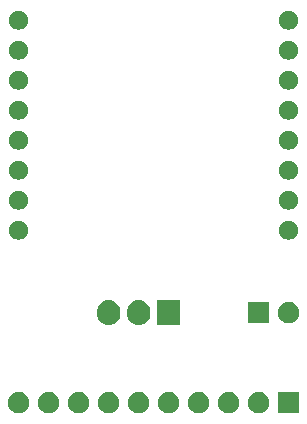
<source format=gbr>
G04 #@! TF.GenerationSoftware,KiCad,Pcbnew,5.1.5+dfsg1-2build2*
G04 #@! TF.CreationDate,2020-08-03T23:06:02+02:00*
G04 #@! TF.ProjectId,transistor_board,7472616e-7369-4737-946f-725f626f6172,rev?*
G04 #@! TF.SameCoordinates,Original*
G04 #@! TF.FileFunction,Soldermask,Bot*
G04 #@! TF.FilePolarity,Negative*
%FSLAX46Y46*%
G04 Gerber Fmt 4.6, Leading zero omitted, Abs format (unit mm)*
G04 Created by KiCad (PCBNEW 5.1.5+dfsg1-2build2) date 2020-08-03 23:06:02*
%MOMM*%
%LPD*%
G04 APERTURE LIST*
%ADD10C,0.100000*%
G04 APERTURE END LIST*
D10*
G36*
X138061000Y-134886000D02*
G01*
X136259000Y-134886000D01*
X136259000Y-133084000D01*
X138061000Y-133084000D01*
X138061000Y-134886000D01*
G37*
G36*
X132193512Y-133088927D02*
G01*
X132342812Y-133118624D01*
X132506784Y-133186544D01*
X132654354Y-133285147D01*
X132779853Y-133410646D01*
X132878456Y-133558216D01*
X132946376Y-133722188D01*
X132981000Y-133896259D01*
X132981000Y-134073741D01*
X132946376Y-134247812D01*
X132878456Y-134411784D01*
X132779853Y-134559354D01*
X132654354Y-134684853D01*
X132506784Y-134783456D01*
X132342812Y-134851376D01*
X132193512Y-134881073D01*
X132168742Y-134886000D01*
X131991258Y-134886000D01*
X131966488Y-134881073D01*
X131817188Y-134851376D01*
X131653216Y-134783456D01*
X131505646Y-134684853D01*
X131380147Y-134559354D01*
X131281544Y-134411784D01*
X131213624Y-134247812D01*
X131179000Y-134073741D01*
X131179000Y-133896259D01*
X131213624Y-133722188D01*
X131281544Y-133558216D01*
X131380147Y-133410646D01*
X131505646Y-133285147D01*
X131653216Y-133186544D01*
X131817188Y-133118624D01*
X131966488Y-133088927D01*
X131991258Y-133084000D01*
X132168742Y-133084000D01*
X132193512Y-133088927D01*
G37*
G36*
X129653512Y-133088927D02*
G01*
X129802812Y-133118624D01*
X129966784Y-133186544D01*
X130114354Y-133285147D01*
X130239853Y-133410646D01*
X130338456Y-133558216D01*
X130406376Y-133722188D01*
X130441000Y-133896259D01*
X130441000Y-134073741D01*
X130406376Y-134247812D01*
X130338456Y-134411784D01*
X130239853Y-134559354D01*
X130114354Y-134684853D01*
X129966784Y-134783456D01*
X129802812Y-134851376D01*
X129653512Y-134881073D01*
X129628742Y-134886000D01*
X129451258Y-134886000D01*
X129426488Y-134881073D01*
X129277188Y-134851376D01*
X129113216Y-134783456D01*
X128965646Y-134684853D01*
X128840147Y-134559354D01*
X128741544Y-134411784D01*
X128673624Y-134247812D01*
X128639000Y-134073741D01*
X128639000Y-133896259D01*
X128673624Y-133722188D01*
X128741544Y-133558216D01*
X128840147Y-133410646D01*
X128965646Y-133285147D01*
X129113216Y-133186544D01*
X129277188Y-133118624D01*
X129426488Y-133088927D01*
X129451258Y-133084000D01*
X129628742Y-133084000D01*
X129653512Y-133088927D01*
G37*
G36*
X127113512Y-133088927D02*
G01*
X127262812Y-133118624D01*
X127426784Y-133186544D01*
X127574354Y-133285147D01*
X127699853Y-133410646D01*
X127798456Y-133558216D01*
X127866376Y-133722188D01*
X127901000Y-133896259D01*
X127901000Y-134073741D01*
X127866376Y-134247812D01*
X127798456Y-134411784D01*
X127699853Y-134559354D01*
X127574354Y-134684853D01*
X127426784Y-134783456D01*
X127262812Y-134851376D01*
X127113512Y-134881073D01*
X127088742Y-134886000D01*
X126911258Y-134886000D01*
X126886488Y-134881073D01*
X126737188Y-134851376D01*
X126573216Y-134783456D01*
X126425646Y-134684853D01*
X126300147Y-134559354D01*
X126201544Y-134411784D01*
X126133624Y-134247812D01*
X126099000Y-134073741D01*
X126099000Y-133896259D01*
X126133624Y-133722188D01*
X126201544Y-133558216D01*
X126300147Y-133410646D01*
X126425646Y-133285147D01*
X126573216Y-133186544D01*
X126737188Y-133118624D01*
X126886488Y-133088927D01*
X126911258Y-133084000D01*
X127088742Y-133084000D01*
X127113512Y-133088927D01*
G37*
G36*
X124573512Y-133088927D02*
G01*
X124722812Y-133118624D01*
X124886784Y-133186544D01*
X125034354Y-133285147D01*
X125159853Y-133410646D01*
X125258456Y-133558216D01*
X125326376Y-133722188D01*
X125361000Y-133896259D01*
X125361000Y-134073741D01*
X125326376Y-134247812D01*
X125258456Y-134411784D01*
X125159853Y-134559354D01*
X125034354Y-134684853D01*
X124886784Y-134783456D01*
X124722812Y-134851376D01*
X124573512Y-134881073D01*
X124548742Y-134886000D01*
X124371258Y-134886000D01*
X124346488Y-134881073D01*
X124197188Y-134851376D01*
X124033216Y-134783456D01*
X123885646Y-134684853D01*
X123760147Y-134559354D01*
X123661544Y-134411784D01*
X123593624Y-134247812D01*
X123559000Y-134073741D01*
X123559000Y-133896259D01*
X123593624Y-133722188D01*
X123661544Y-133558216D01*
X123760147Y-133410646D01*
X123885646Y-133285147D01*
X124033216Y-133186544D01*
X124197188Y-133118624D01*
X124346488Y-133088927D01*
X124371258Y-133084000D01*
X124548742Y-133084000D01*
X124573512Y-133088927D01*
G37*
G36*
X122033512Y-133088927D02*
G01*
X122182812Y-133118624D01*
X122346784Y-133186544D01*
X122494354Y-133285147D01*
X122619853Y-133410646D01*
X122718456Y-133558216D01*
X122786376Y-133722188D01*
X122821000Y-133896259D01*
X122821000Y-134073741D01*
X122786376Y-134247812D01*
X122718456Y-134411784D01*
X122619853Y-134559354D01*
X122494354Y-134684853D01*
X122346784Y-134783456D01*
X122182812Y-134851376D01*
X122033512Y-134881073D01*
X122008742Y-134886000D01*
X121831258Y-134886000D01*
X121806488Y-134881073D01*
X121657188Y-134851376D01*
X121493216Y-134783456D01*
X121345646Y-134684853D01*
X121220147Y-134559354D01*
X121121544Y-134411784D01*
X121053624Y-134247812D01*
X121019000Y-134073741D01*
X121019000Y-133896259D01*
X121053624Y-133722188D01*
X121121544Y-133558216D01*
X121220147Y-133410646D01*
X121345646Y-133285147D01*
X121493216Y-133186544D01*
X121657188Y-133118624D01*
X121806488Y-133088927D01*
X121831258Y-133084000D01*
X122008742Y-133084000D01*
X122033512Y-133088927D01*
G37*
G36*
X119493512Y-133088927D02*
G01*
X119642812Y-133118624D01*
X119806784Y-133186544D01*
X119954354Y-133285147D01*
X120079853Y-133410646D01*
X120178456Y-133558216D01*
X120246376Y-133722188D01*
X120281000Y-133896259D01*
X120281000Y-134073741D01*
X120246376Y-134247812D01*
X120178456Y-134411784D01*
X120079853Y-134559354D01*
X119954354Y-134684853D01*
X119806784Y-134783456D01*
X119642812Y-134851376D01*
X119493512Y-134881073D01*
X119468742Y-134886000D01*
X119291258Y-134886000D01*
X119266488Y-134881073D01*
X119117188Y-134851376D01*
X118953216Y-134783456D01*
X118805646Y-134684853D01*
X118680147Y-134559354D01*
X118581544Y-134411784D01*
X118513624Y-134247812D01*
X118479000Y-134073741D01*
X118479000Y-133896259D01*
X118513624Y-133722188D01*
X118581544Y-133558216D01*
X118680147Y-133410646D01*
X118805646Y-133285147D01*
X118953216Y-133186544D01*
X119117188Y-133118624D01*
X119266488Y-133088927D01*
X119291258Y-133084000D01*
X119468742Y-133084000D01*
X119493512Y-133088927D01*
G37*
G36*
X116953512Y-133088927D02*
G01*
X117102812Y-133118624D01*
X117266784Y-133186544D01*
X117414354Y-133285147D01*
X117539853Y-133410646D01*
X117638456Y-133558216D01*
X117706376Y-133722188D01*
X117741000Y-133896259D01*
X117741000Y-134073741D01*
X117706376Y-134247812D01*
X117638456Y-134411784D01*
X117539853Y-134559354D01*
X117414354Y-134684853D01*
X117266784Y-134783456D01*
X117102812Y-134851376D01*
X116953512Y-134881073D01*
X116928742Y-134886000D01*
X116751258Y-134886000D01*
X116726488Y-134881073D01*
X116577188Y-134851376D01*
X116413216Y-134783456D01*
X116265646Y-134684853D01*
X116140147Y-134559354D01*
X116041544Y-134411784D01*
X115973624Y-134247812D01*
X115939000Y-134073741D01*
X115939000Y-133896259D01*
X115973624Y-133722188D01*
X116041544Y-133558216D01*
X116140147Y-133410646D01*
X116265646Y-133285147D01*
X116413216Y-133186544D01*
X116577188Y-133118624D01*
X116726488Y-133088927D01*
X116751258Y-133084000D01*
X116928742Y-133084000D01*
X116953512Y-133088927D01*
G37*
G36*
X114413512Y-133088927D02*
G01*
X114562812Y-133118624D01*
X114726784Y-133186544D01*
X114874354Y-133285147D01*
X114999853Y-133410646D01*
X115098456Y-133558216D01*
X115166376Y-133722188D01*
X115201000Y-133896259D01*
X115201000Y-134073741D01*
X115166376Y-134247812D01*
X115098456Y-134411784D01*
X114999853Y-134559354D01*
X114874354Y-134684853D01*
X114726784Y-134783456D01*
X114562812Y-134851376D01*
X114413512Y-134881073D01*
X114388742Y-134886000D01*
X114211258Y-134886000D01*
X114186488Y-134881073D01*
X114037188Y-134851376D01*
X113873216Y-134783456D01*
X113725646Y-134684853D01*
X113600147Y-134559354D01*
X113501544Y-134411784D01*
X113433624Y-134247812D01*
X113399000Y-134073741D01*
X113399000Y-133896259D01*
X113433624Y-133722188D01*
X113501544Y-133558216D01*
X113600147Y-133410646D01*
X113725646Y-133285147D01*
X113873216Y-133186544D01*
X114037188Y-133118624D01*
X114186488Y-133088927D01*
X114211258Y-133084000D01*
X114388742Y-133084000D01*
X114413512Y-133088927D01*
G37*
G36*
X134733512Y-133088927D02*
G01*
X134882812Y-133118624D01*
X135046784Y-133186544D01*
X135194354Y-133285147D01*
X135319853Y-133410646D01*
X135418456Y-133558216D01*
X135486376Y-133722188D01*
X135521000Y-133896259D01*
X135521000Y-134073741D01*
X135486376Y-134247812D01*
X135418456Y-134411784D01*
X135319853Y-134559354D01*
X135194354Y-134684853D01*
X135046784Y-134783456D01*
X134882812Y-134851376D01*
X134733512Y-134881073D01*
X134708742Y-134886000D01*
X134531258Y-134886000D01*
X134506488Y-134881073D01*
X134357188Y-134851376D01*
X134193216Y-134783456D01*
X134045646Y-134684853D01*
X133920147Y-134559354D01*
X133821544Y-134411784D01*
X133753624Y-134247812D01*
X133719000Y-134073741D01*
X133719000Y-133896259D01*
X133753624Y-133722188D01*
X133821544Y-133558216D01*
X133920147Y-133410646D01*
X134045646Y-133285147D01*
X134193216Y-133186544D01*
X134357188Y-133118624D01*
X134506488Y-133088927D01*
X134531258Y-133084000D01*
X134708742Y-133084000D01*
X134733512Y-133088927D01*
G37*
G36*
X124656720Y-125328520D02*
G01*
X124845881Y-125385901D01*
X125020212Y-125479083D01*
X125173015Y-125604485D01*
X125298417Y-125757288D01*
X125342182Y-125839167D01*
X125391598Y-125931617D01*
X125391599Y-125931620D01*
X125448980Y-126120781D01*
X125463500Y-126268207D01*
X125463500Y-126461794D01*
X125448980Y-126609220D01*
X125391599Y-126798381D01*
X125298417Y-126972712D01*
X125173015Y-127125515D01*
X125020212Y-127250917D01*
X124938333Y-127294682D01*
X124845883Y-127344098D01*
X124845880Y-127344099D01*
X124656719Y-127401480D01*
X124460000Y-127420855D01*
X124263280Y-127401480D01*
X124074119Y-127344099D01*
X123899788Y-127250917D01*
X123746985Y-127125515D01*
X123621583Y-126972712D01*
X123577818Y-126890833D01*
X123528402Y-126798383D01*
X123526400Y-126791782D01*
X123471020Y-126609219D01*
X123456500Y-126461793D01*
X123456500Y-126268206D01*
X123471020Y-126120780D01*
X123528401Y-125931619D01*
X123621583Y-125757288D01*
X123746985Y-125604485D01*
X123899788Y-125479083D01*
X124074120Y-125385901D01*
X124263281Y-125328520D01*
X124460000Y-125309145D01*
X124656720Y-125328520D01*
G37*
G36*
X122116720Y-125328520D02*
G01*
X122305881Y-125385901D01*
X122480212Y-125479083D01*
X122633015Y-125604485D01*
X122758417Y-125757288D01*
X122802182Y-125839167D01*
X122851598Y-125931617D01*
X122851599Y-125931620D01*
X122908980Y-126120781D01*
X122923500Y-126268207D01*
X122923500Y-126461794D01*
X122908980Y-126609220D01*
X122851599Y-126798381D01*
X122758417Y-126972712D01*
X122633015Y-127125515D01*
X122480212Y-127250917D01*
X122398333Y-127294682D01*
X122305883Y-127344098D01*
X122305880Y-127344099D01*
X122116719Y-127401480D01*
X121920000Y-127420855D01*
X121723280Y-127401480D01*
X121534119Y-127344099D01*
X121359788Y-127250917D01*
X121206985Y-127125515D01*
X121081583Y-126972712D01*
X121037818Y-126890833D01*
X120988402Y-126798383D01*
X120986400Y-126791782D01*
X120931020Y-126609219D01*
X120916500Y-126461793D01*
X120916500Y-126268206D01*
X120931020Y-126120780D01*
X120988401Y-125931619D01*
X121081583Y-125757288D01*
X121206985Y-125604485D01*
X121359788Y-125479083D01*
X121534120Y-125385901D01*
X121723281Y-125328520D01*
X121920000Y-125309145D01*
X122116720Y-125328520D01*
G37*
G36*
X128003500Y-127416000D02*
G01*
X125996500Y-127416000D01*
X125996500Y-125314000D01*
X128003500Y-125314000D01*
X128003500Y-127416000D01*
G37*
G36*
X137273512Y-125468927D02*
G01*
X137422812Y-125498624D01*
X137586784Y-125566544D01*
X137734354Y-125665147D01*
X137859853Y-125790646D01*
X137958456Y-125938216D01*
X138026376Y-126102188D01*
X138056073Y-126251488D01*
X138061000Y-126276258D01*
X138061000Y-126453742D01*
X138059398Y-126461794D01*
X138026376Y-126627812D01*
X137958456Y-126791784D01*
X137859853Y-126939354D01*
X137734354Y-127064853D01*
X137586784Y-127163456D01*
X137422812Y-127231376D01*
X137273512Y-127261073D01*
X137248742Y-127266000D01*
X137071258Y-127266000D01*
X137046488Y-127261073D01*
X136897188Y-127231376D01*
X136733216Y-127163456D01*
X136585646Y-127064853D01*
X136460147Y-126939354D01*
X136361544Y-126791784D01*
X136293624Y-126627812D01*
X136260602Y-126461794D01*
X136259000Y-126453742D01*
X136259000Y-126276258D01*
X136263927Y-126251488D01*
X136293624Y-126102188D01*
X136361544Y-125938216D01*
X136460147Y-125790646D01*
X136585646Y-125665147D01*
X136733216Y-125566544D01*
X136897188Y-125498624D01*
X137046488Y-125468927D01*
X137071258Y-125464000D01*
X137248742Y-125464000D01*
X137273512Y-125468927D01*
G37*
G36*
X135521000Y-127266000D02*
G01*
X133719000Y-127266000D01*
X133719000Y-125464000D01*
X135521000Y-125464000D01*
X135521000Y-127266000D01*
G37*
G36*
X114537142Y-118598242D02*
G01*
X114685101Y-118659529D01*
X114818255Y-118748499D01*
X114931501Y-118861745D01*
X115020471Y-118994899D01*
X115081758Y-119142858D01*
X115113000Y-119299925D01*
X115113000Y-119460075D01*
X115081758Y-119617142D01*
X115020471Y-119765101D01*
X114931501Y-119898255D01*
X114818255Y-120011501D01*
X114685101Y-120100471D01*
X114537142Y-120161758D01*
X114380075Y-120193000D01*
X114219925Y-120193000D01*
X114062858Y-120161758D01*
X113914899Y-120100471D01*
X113781745Y-120011501D01*
X113668499Y-119898255D01*
X113579529Y-119765101D01*
X113518242Y-119617142D01*
X113487000Y-119460075D01*
X113487000Y-119299925D01*
X113518242Y-119142858D01*
X113579529Y-118994899D01*
X113668499Y-118861745D01*
X113781745Y-118748499D01*
X113914899Y-118659529D01*
X114062858Y-118598242D01*
X114219925Y-118567000D01*
X114380075Y-118567000D01*
X114537142Y-118598242D01*
G37*
G36*
X137397142Y-118598242D02*
G01*
X137545101Y-118659529D01*
X137678255Y-118748499D01*
X137791501Y-118861745D01*
X137880471Y-118994899D01*
X137941758Y-119142858D01*
X137973000Y-119299925D01*
X137973000Y-119460075D01*
X137941758Y-119617142D01*
X137880471Y-119765101D01*
X137791501Y-119898255D01*
X137678255Y-120011501D01*
X137545101Y-120100471D01*
X137397142Y-120161758D01*
X137240075Y-120193000D01*
X137079925Y-120193000D01*
X136922858Y-120161758D01*
X136774899Y-120100471D01*
X136641745Y-120011501D01*
X136528499Y-119898255D01*
X136439529Y-119765101D01*
X136378242Y-119617142D01*
X136347000Y-119460075D01*
X136347000Y-119299925D01*
X136378242Y-119142858D01*
X136439529Y-118994899D01*
X136528499Y-118861745D01*
X136641745Y-118748499D01*
X136774899Y-118659529D01*
X136922858Y-118598242D01*
X137079925Y-118567000D01*
X137240075Y-118567000D01*
X137397142Y-118598242D01*
G37*
G36*
X137397142Y-116058242D02*
G01*
X137545101Y-116119529D01*
X137678255Y-116208499D01*
X137791501Y-116321745D01*
X137880471Y-116454899D01*
X137941758Y-116602858D01*
X137973000Y-116759925D01*
X137973000Y-116920075D01*
X137941758Y-117077142D01*
X137880471Y-117225101D01*
X137791501Y-117358255D01*
X137678255Y-117471501D01*
X137545101Y-117560471D01*
X137397142Y-117621758D01*
X137240075Y-117653000D01*
X137079925Y-117653000D01*
X136922858Y-117621758D01*
X136774899Y-117560471D01*
X136641745Y-117471501D01*
X136528499Y-117358255D01*
X136439529Y-117225101D01*
X136378242Y-117077142D01*
X136347000Y-116920075D01*
X136347000Y-116759925D01*
X136378242Y-116602858D01*
X136439529Y-116454899D01*
X136528499Y-116321745D01*
X136641745Y-116208499D01*
X136774899Y-116119529D01*
X136922858Y-116058242D01*
X137079925Y-116027000D01*
X137240075Y-116027000D01*
X137397142Y-116058242D01*
G37*
G36*
X114537142Y-116058242D02*
G01*
X114685101Y-116119529D01*
X114818255Y-116208499D01*
X114931501Y-116321745D01*
X115020471Y-116454899D01*
X115081758Y-116602858D01*
X115113000Y-116759925D01*
X115113000Y-116920075D01*
X115081758Y-117077142D01*
X115020471Y-117225101D01*
X114931501Y-117358255D01*
X114818255Y-117471501D01*
X114685101Y-117560471D01*
X114537142Y-117621758D01*
X114380075Y-117653000D01*
X114219925Y-117653000D01*
X114062858Y-117621758D01*
X113914899Y-117560471D01*
X113781745Y-117471501D01*
X113668499Y-117358255D01*
X113579529Y-117225101D01*
X113518242Y-117077142D01*
X113487000Y-116920075D01*
X113487000Y-116759925D01*
X113518242Y-116602858D01*
X113579529Y-116454899D01*
X113668499Y-116321745D01*
X113781745Y-116208499D01*
X113914899Y-116119529D01*
X114062858Y-116058242D01*
X114219925Y-116027000D01*
X114380075Y-116027000D01*
X114537142Y-116058242D01*
G37*
G36*
X137397142Y-113518242D02*
G01*
X137545101Y-113579529D01*
X137678255Y-113668499D01*
X137791501Y-113781745D01*
X137880471Y-113914899D01*
X137941758Y-114062858D01*
X137973000Y-114219925D01*
X137973000Y-114380075D01*
X137941758Y-114537142D01*
X137880471Y-114685101D01*
X137791501Y-114818255D01*
X137678255Y-114931501D01*
X137545101Y-115020471D01*
X137397142Y-115081758D01*
X137240075Y-115113000D01*
X137079925Y-115113000D01*
X136922858Y-115081758D01*
X136774899Y-115020471D01*
X136641745Y-114931501D01*
X136528499Y-114818255D01*
X136439529Y-114685101D01*
X136378242Y-114537142D01*
X136347000Y-114380075D01*
X136347000Y-114219925D01*
X136378242Y-114062858D01*
X136439529Y-113914899D01*
X136528499Y-113781745D01*
X136641745Y-113668499D01*
X136774899Y-113579529D01*
X136922858Y-113518242D01*
X137079925Y-113487000D01*
X137240075Y-113487000D01*
X137397142Y-113518242D01*
G37*
G36*
X114537142Y-113518242D02*
G01*
X114685101Y-113579529D01*
X114818255Y-113668499D01*
X114931501Y-113781745D01*
X115020471Y-113914899D01*
X115081758Y-114062858D01*
X115113000Y-114219925D01*
X115113000Y-114380075D01*
X115081758Y-114537142D01*
X115020471Y-114685101D01*
X114931501Y-114818255D01*
X114818255Y-114931501D01*
X114685101Y-115020471D01*
X114537142Y-115081758D01*
X114380075Y-115113000D01*
X114219925Y-115113000D01*
X114062858Y-115081758D01*
X113914899Y-115020471D01*
X113781745Y-114931501D01*
X113668499Y-114818255D01*
X113579529Y-114685101D01*
X113518242Y-114537142D01*
X113487000Y-114380075D01*
X113487000Y-114219925D01*
X113518242Y-114062858D01*
X113579529Y-113914899D01*
X113668499Y-113781745D01*
X113781745Y-113668499D01*
X113914899Y-113579529D01*
X114062858Y-113518242D01*
X114219925Y-113487000D01*
X114380075Y-113487000D01*
X114537142Y-113518242D01*
G37*
G36*
X137397142Y-110978242D02*
G01*
X137545101Y-111039529D01*
X137678255Y-111128499D01*
X137791501Y-111241745D01*
X137880471Y-111374899D01*
X137941758Y-111522858D01*
X137973000Y-111679925D01*
X137973000Y-111840075D01*
X137941758Y-111997142D01*
X137880471Y-112145101D01*
X137791501Y-112278255D01*
X137678255Y-112391501D01*
X137545101Y-112480471D01*
X137397142Y-112541758D01*
X137240075Y-112573000D01*
X137079925Y-112573000D01*
X136922858Y-112541758D01*
X136774899Y-112480471D01*
X136641745Y-112391501D01*
X136528499Y-112278255D01*
X136439529Y-112145101D01*
X136378242Y-111997142D01*
X136347000Y-111840075D01*
X136347000Y-111679925D01*
X136378242Y-111522858D01*
X136439529Y-111374899D01*
X136528499Y-111241745D01*
X136641745Y-111128499D01*
X136774899Y-111039529D01*
X136922858Y-110978242D01*
X137079925Y-110947000D01*
X137240075Y-110947000D01*
X137397142Y-110978242D01*
G37*
G36*
X114537142Y-110978242D02*
G01*
X114685101Y-111039529D01*
X114818255Y-111128499D01*
X114931501Y-111241745D01*
X115020471Y-111374899D01*
X115081758Y-111522858D01*
X115113000Y-111679925D01*
X115113000Y-111840075D01*
X115081758Y-111997142D01*
X115020471Y-112145101D01*
X114931501Y-112278255D01*
X114818255Y-112391501D01*
X114685101Y-112480471D01*
X114537142Y-112541758D01*
X114380075Y-112573000D01*
X114219925Y-112573000D01*
X114062858Y-112541758D01*
X113914899Y-112480471D01*
X113781745Y-112391501D01*
X113668499Y-112278255D01*
X113579529Y-112145101D01*
X113518242Y-111997142D01*
X113487000Y-111840075D01*
X113487000Y-111679925D01*
X113518242Y-111522858D01*
X113579529Y-111374899D01*
X113668499Y-111241745D01*
X113781745Y-111128499D01*
X113914899Y-111039529D01*
X114062858Y-110978242D01*
X114219925Y-110947000D01*
X114380075Y-110947000D01*
X114537142Y-110978242D01*
G37*
G36*
X114537142Y-108438242D02*
G01*
X114685101Y-108499529D01*
X114818255Y-108588499D01*
X114931501Y-108701745D01*
X115020471Y-108834899D01*
X115081758Y-108982858D01*
X115113000Y-109139925D01*
X115113000Y-109300075D01*
X115081758Y-109457142D01*
X115020471Y-109605101D01*
X114931501Y-109738255D01*
X114818255Y-109851501D01*
X114685101Y-109940471D01*
X114537142Y-110001758D01*
X114380075Y-110033000D01*
X114219925Y-110033000D01*
X114062858Y-110001758D01*
X113914899Y-109940471D01*
X113781745Y-109851501D01*
X113668499Y-109738255D01*
X113579529Y-109605101D01*
X113518242Y-109457142D01*
X113487000Y-109300075D01*
X113487000Y-109139925D01*
X113518242Y-108982858D01*
X113579529Y-108834899D01*
X113668499Y-108701745D01*
X113781745Y-108588499D01*
X113914899Y-108499529D01*
X114062858Y-108438242D01*
X114219925Y-108407000D01*
X114380075Y-108407000D01*
X114537142Y-108438242D01*
G37*
G36*
X137397142Y-108438242D02*
G01*
X137545101Y-108499529D01*
X137678255Y-108588499D01*
X137791501Y-108701745D01*
X137880471Y-108834899D01*
X137941758Y-108982858D01*
X137973000Y-109139925D01*
X137973000Y-109300075D01*
X137941758Y-109457142D01*
X137880471Y-109605101D01*
X137791501Y-109738255D01*
X137678255Y-109851501D01*
X137545101Y-109940471D01*
X137397142Y-110001758D01*
X137240075Y-110033000D01*
X137079925Y-110033000D01*
X136922858Y-110001758D01*
X136774899Y-109940471D01*
X136641745Y-109851501D01*
X136528499Y-109738255D01*
X136439529Y-109605101D01*
X136378242Y-109457142D01*
X136347000Y-109300075D01*
X136347000Y-109139925D01*
X136378242Y-108982858D01*
X136439529Y-108834899D01*
X136528499Y-108701745D01*
X136641745Y-108588499D01*
X136774899Y-108499529D01*
X136922858Y-108438242D01*
X137079925Y-108407000D01*
X137240075Y-108407000D01*
X137397142Y-108438242D01*
G37*
G36*
X137397142Y-105898242D02*
G01*
X137545101Y-105959529D01*
X137678255Y-106048499D01*
X137791501Y-106161745D01*
X137880471Y-106294899D01*
X137941758Y-106442858D01*
X137973000Y-106599925D01*
X137973000Y-106760075D01*
X137941758Y-106917142D01*
X137880471Y-107065101D01*
X137791501Y-107198255D01*
X137678255Y-107311501D01*
X137545101Y-107400471D01*
X137397142Y-107461758D01*
X137240075Y-107493000D01*
X137079925Y-107493000D01*
X136922858Y-107461758D01*
X136774899Y-107400471D01*
X136641745Y-107311501D01*
X136528499Y-107198255D01*
X136439529Y-107065101D01*
X136378242Y-106917142D01*
X136347000Y-106760075D01*
X136347000Y-106599925D01*
X136378242Y-106442858D01*
X136439529Y-106294899D01*
X136528499Y-106161745D01*
X136641745Y-106048499D01*
X136774899Y-105959529D01*
X136922858Y-105898242D01*
X137079925Y-105867000D01*
X137240075Y-105867000D01*
X137397142Y-105898242D01*
G37*
G36*
X114537142Y-105898242D02*
G01*
X114685101Y-105959529D01*
X114818255Y-106048499D01*
X114931501Y-106161745D01*
X115020471Y-106294899D01*
X115081758Y-106442858D01*
X115113000Y-106599925D01*
X115113000Y-106760075D01*
X115081758Y-106917142D01*
X115020471Y-107065101D01*
X114931501Y-107198255D01*
X114818255Y-107311501D01*
X114685101Y-107400471D01*
X114537142Y-107461758D01*
X114380075Y-107493000D01*
X114219925Y-107493000D01*
X114062858Y-107461758D01*
X113914899Y-107400471D01*
X113781745Y-107311501D01*
X113668499Y-107198255D01*
X113579529Y-107065101D01*
X113518242Y-106917142D01*
X113487000Y-106760075D01*
X113487000Y-106599925D01*
X113518242Y-106442858D01*
X113579529Y-106294899D01*
X113668499Y-106161745D01*
X113781745Y-106048499D01*
X113914899Y-105959529D01*
X114062858Y-105898242D01*
X114219925Y-105867000D01*
X114380075Y-105867000D01*
X114537142Y-105898242D01*
G37*
G36*
X137397142Y-103358242D02*
G01*
X137545101Y-103419529D01*
X137678255Y-103508499D01*
X137791501Y-103621745D01*
X137880471Y-103754899D01*
X137941758Y-103902858D01*
X137973000Y-104059925D01*
X137973000Y-104220075D01*
X137941758Y-104377142D01*
X137880471Y-104525101D01*
X137791501Y-104658255D01*
X137678255Y-104771501D01*
X137545101Y-104860471D01*
X137397142Y-104921758D01*
X137240075Y-104953000D01*
X137079925Y-104953000D01*
X136922858Y-104921758D01*
X136774899Y-104860471D01*
X136641745Y-104771501D01*
X136528499Y-104658255D01*
X136439529Y-104525101D01*
X136378242Y-104377142D01*
X136347000Y-104220075D01*
X136347000Y-104059925D01*
X136378242Y-103902858D01*
X136439529Y-103754899D01*
X136528499Y-103621745D01*
X136641745Y-103508499D01*
X136774899Y-103419529D01*
X136922858Y-103358242D01*
X137079925Y-103327000D01*
X137240075Y-103327000D01*
X137397142Y-103358242D01*
G37*
G36*
X114537142Y-103358242D02*
G01*
X114685101Y-103419529D01*
X114818255Y-103508499D01*
X114931501Y-103621745D01*
X115020471Y-103754899D01*
X115081758Y-103902858D01*
X115113000Y-104059925D01*
X115113000Y-104220075D01*
X115081758Y-104377142D01*
X115020471Y-104525101D01*
X114931501Y-104658255D01*
X114818255Y-104771501D01*
X114685101Y-104860471D01*
X114537142Y-104921758D01*
X114380075Y-104953000D01*
X114219925Y-104953000D01*
X114062858Y-104921758D01*
X113914899Y-104860471D01*
X113781745Y-104771501D01*
X113668499Y-104658255D01*
X113579529Y-104525101D01*
X113518242Y-104377142D01*
X113487000Y-104220075D01*
X113487000Y-104059925D01*
X113518242Y-103902858D01*
X113579529Y-103754899D01*
X113668499Y-103621745D01*
X113781745Y-103508499D01*
X113914899Y-103419529D01*
X114062858Y-103358242D01*
X114219925Y-103327000D01*
X114380075Y-103327000D01*
X114537142Y-103358242D01*
G37*
G36*
X137397142Y-100818242D02*
G01*
X137545101Y-100879529D01*
X137678255Y-100968499D01*
X137791501Y-101081745D01*
X137880471Y-101214899D01*
X137941758Y-101362858D01*
X137973000Y-101519925D01*
X137973000Y-101680075D01*
X137941758Y-101837142D01*
X137880471Y-101985101D01*
X137791501Y-102118255D01*
X137678255Y-102231501D01*
X137545101Y-102320471D01*
X137397142Y-102381758D01*
X137240075Y-102413000D01*
X137079925Y-102413000D01*
X136922858Y-102381758D01*
X136774899Y-102320471D01*
X136641745Y-102231501D01*
X136528499Y-102118255D01*
X136439529Y-101985101D01*
X136378242Y-101837142D01*
X136347000Y-101680075D01*
X136347000Y-101519925D01*
X136378242Y-101362858D01*
X136439529Y-101214899D01*
X136528499Y-101081745D01*
X136641745Y-100968499D01*
X136774899Y-100879529D01*
X136922858Y-100818242D01*
X137079925Y-100787000D01*
X137240075Y-100787000D01*
X137397142Y-100818242D01*
G37*
G36*
X114537142Y-100818242D02*
G01*
X114685101Y-100879529D01*
X114818255Y-100968499D01*
X114931501Y-101081745D01*
X115020471Y-101214899D01*
X115081758Y-101362858D01*
X115113000Y-101519925D01*
X115113000Y-101680075D01*
X115081758Y-101837142D01*
X115020471Y-101985101D01*
X114931501Y-102118255D01*
X114818255Y-102231501D01*
X114685101Y-102320471D01*
X114537142Y-102381758D01*
X114380075Y-102413000D01*
X114219925Y-102413000D01*
X114062858Y-102381758D01*
X113914899Y-102320471D01*
X113781745Y-102231501D01*
X113668499Y-102118255D01*
X113579529Y-101985101D01*
X113518242Y-101837142D01*
X113487000Y-101680075D01*
X113487000Y-101519925D01*
X113518242Y-101362858D01*
X113579529Y-101214899D01*
X113668499Y-101081745D01*
X113781745Y-100968499D01*
X113914899Y-100879529D01*
X114062858Y-100818242D01*
X114219925Y-100787000D01*
X114380075Y-100787000D01*
X114537142Y-100818242D01*
G37*
M02*

</source>
